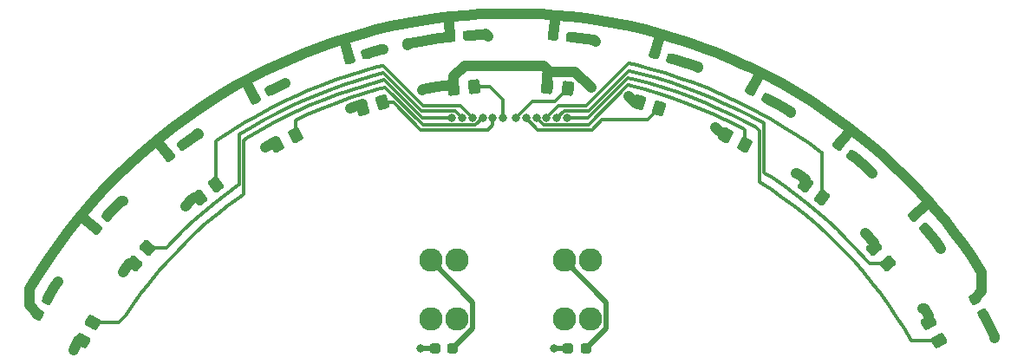
<source format=gbr>
%TF.GenerationSoftware,KiCad,Pcbnew,(6.0.4)*%
%TF.CreationDate,2022-08-25T18:27:48+09:00*%
%TF.ProjectId,total,746f7461-6c2e-46b6-9963-61645f706362,rev?*%
%TF.SameCoordinates,Original*%
%TF.FileFunction,Copper,L2,Bot*%
%TF.FilePolarity,Positive*%
%FSLAX46Y46*%
G04 Gerber Fmt 4.6, Leading zero omitted, Abs format (unit mm)*
G04 Created by KiCad (PCBNEW (6.0.4)) date 2022-08-25 18:27:48*
%MOMM*%
%LPD*%
G01*
G04 APERTURE LIST*
G04 Aperture macros list*
%AMRoundRect*
0 Rectangle with rounded corners*
0 $1 Rounding radius*
0 $2 $3 $4 $5 $6 $7 $8 $9 X,Y pos of 4 corners*
0 Add a 4 corners polygon primitive as box body*
4,1,4,$2,$3,$4,$5,$6,$7,$8,$9,$2,$3,0*
0 Add four circle primitives for the rounded corners*
1,1,$1+$1,$2,$3*
1,1,$1+$1,$4,$5*
1,1,$1+$1,$6,$7*
1,1,$1+$1,$8,$9*
0 Add four rect primitives between the rounded corners*
20,1,$1+$1,$2,$3,$4,$5,0*
20,1,$1+$1,$4,$5,$6,$7,0*
20,1,$1+$1,$6,$7,$8,$9,0*
20,1,$1+$1,$8,$9,$2,$3,0*%
G04 Aperture macros list end*
%TA.AperFunction,SMDPad,CuDef*%
%ADD10RoundRect,0.237500X0.287500X0.237500X-0.287500X0.237500X-0.287500X-0.237500X0.287500X-0.237500X0*%
%TD*%
%TA.AperFunction,ComponentPad*%
%ADD11C,2.286000*%
%TD*%
%TA.AperFunction,SMDPad,CuDef*%
%ADD12RoundRect,0.237500X-0.372847X-0.006896X0.077153X-0.364842X0.372847X0.006896X-0.077153X0.364842X0*%
%TD*%
%TA.AperFunction,SMDPad,CuDef*%
%ADD13RoundRect,0.237500X-0.208207X-0.309374X0.343114X-0.146065X0.208207X0.309374X-0.343114X0.146065X0*%
%TD*%
%TA.AperFunction,SMDPad,CuDef*%
%ADD14RoundRect,0.237500X-0.308940X-0.208851X0.263413X-0.263962X0.308940X0.208851X-0.263413X0.263962X0*%
%TD*%
%TA.AperFunction,SMDPad,CuDef*%
%ADD15RoundRect,0.237500X-0.077153X-0.364842X0.372847X-0.006896X0.077153X0.364842X-0.372847X0.006896X0*%
%TD*%
%TA.AperFunction,SMDPad,CuDef*%
%ADD16RoundRect,0.250000X0.183810X0.523774X-0.439423X0.339164X-0.183810X-0.523774X0.439423X-0.339164X0*%
%TD*%
%TA.AperFunction,SMDPad,CuDef*%
%ADD17RoundRect,0.250000X0.496065X0.249087X-0.080492X0.549223X-0.496065X-0.249087X0.080492X-0.549223X0*%
%TD*%
%TA.AperFunction,SMDPad,CuDef*%
%ADD18RoundRect,0.237500X-0.343114X-0.146065X0.208207X-0.309374X0.343114X0.146065X-0.208207X0.309374X0*%
%TD*%
%TA.AperFunction,SMDPad,CuDef*%
%ADD19RoundRect,0.237500X-0.263413X-0.263962X0.308940X-0.208851X0.263413X0.263962X-0.308940X0.208851X0*%
%TD*%
%TA.AperFunction,SMDPad,CuDef*%
%ADD20RoundRect,0.237500X-0.145350X-0.343418X0.364681X-0.077912X0.145350X0.343418X-0.364681X0.077912X0*%
%TD*%
%TA.AperFunction,SMDPad,CuDef*%
%ADD21RoundRect,0.237500X-0.006120X-0.372861X0.367313X0.064373X0.006120X0.372861X-0.367313X-0.064373X0*%
%TD*%
%TA.AperFunction,SMDPad,CuDef*%
%ADD22RoundRect,0.250000X0.366634X0.416778X-0.280373X0.479078X-0.366634X-0.416778X0.280373X-0.479078X0*%
%TD*%
%TA.AperFunction,SMDPad,CuDef*%
%ADD23RoundRect,0.250000X0.551698X-0.061275X0.231622X0.504456X-0.551698X0.061275X-0.231622X-0.504456X0*%
%TD*%
%TA.AperFunction,SMDPad,CuDef*%
%ADD24RoundRect,0.237500X-0.348281X0.133277X-0.065138X-0.367178X0.348281X-0.133277X0.065138X0.367178X0*%
%TD*%
%TA.AperFunction,SMDPad,CuDef*%
%ADD25RoundRect,0.250000X-0.025784X0.554491X-0.534479X0.149856X0.025784X-0.554491X0.534479X-0.149856X0*%
%TD*%
%TA.AperFunction,SMDPad,CuDef*%
%ADD26RoundRect,0.250000X0.439423X0.339164X-0.183810X0.523774X-0.439423X-0.339164X0.183810X-0.523774X0*%
%TD*%
%TA.AperFunction,SMDPad,CuDef*%
%ADD27RoundRect,0.237500X0.065138X-0.367178X0.348281X0.133277X-0.065138X0.367178X-0.348281X-0.133277X0*%
%TD*%
%TA.AperFunction,SMDPad,CuDef*%
%ADD28RoundRect,0.250000X0.534479X0.149856X0.025784X0.554491X-0.534479X-0.149856X-0.025784X-0.554491X0*%
%TD*%
%TA.AperFunction,SMDPad,CuDef*%
%ADD29RoundRect,0.237500X-0.367313X0.064373X0.006120X-0.372861X0.367313X-0.064373X-0.006120X0.372861X0*%
%TD*%
%TA.AperFunction,SMDPad,CuDef*%
%ADD30RoundRect,0.250000X0.553253X0.045120X0.131112X0.539384X-0.553253X-0.045120X-0.131112X-0.539384X0*%
%TD*%
%TA.AperFunction,SMDPad,CuDef*%
%ADD31RoundRect,0.250000X0.280373X0.479078X-0.366634X0.416778X-0.280373X-0.479078X0.366634X-0.416778X0*%
%TD*%
%TA.AperFunction,SMDPad,CuDef*%
%ADD32RoundRect,0.250000X-0.231622X0.504456X-0.551698X-0.061275X0.231622X-0.504456X0.551698X0.061275X0*%
%TD*%
%TA.AperFunction,SMDPad,CuDef*%
%ADD33RoundRect,0.250000X-0.131112X0.539384X-0.553253X0.045120X0.131112X-0.539384X0.553253X-0.045120X0*%
%TD*%
%TA.AperFunction,SMDPad,CuDef*%
%ADD34RoundRect,0.237500X-0.364681X-0.077912X0.145350X-0.343418X0.364681X0.077912X-0.145350X0.343418X0*%
%TD*%
%TA.AperFunction,SMDPad,CuDef*%
%ADD35RoundRect,0.250000X0.080492X0.549223X-0.496065X0.249087X-0.080492X-0.549223X0.496065X-0.249087X0*%
%TD*%
%TA.AperFunction,ViaPad*%
%ADD36C,0.800000*%
%TD*%
%TA.AperFunction,Conductor*%
%ADD37C,0.500000*%
%TD*%
%TA.AperFunction,Conductor*%
%ADD38C,1.000000*%
%TD*%
%TA.AperFunction,Conductor*%
%ADD39C,0.300000*%
%TD*%
G04 APERTURE END LIST*
D10*
%TO.P,D3,1,K*%
%TO.N,Net-(D1-Pad1)*%
X155340475Y-83826030D03*
%TO.P,D3,2,A*%
%TO.N,Net-(D1-Pad2)*%
X153590475Y-83826030D03*
%TD*%
D11*
%TO.P,U2,1,Cathode*%
%TO.N,Net-(D1-Pad1)*%
X153195475Y-75201030D03*
%TO.P,U2,2,Vcc*%
%TO.N,+5V*%
X155735475Y-75201030D03*
%TO.P,U2,3,Vout*%
%TO.N,Net-(J1-Pad3)*%
X155735475Y-80951030D03*
%TO.P,U2,4,GND*%
%TO.N,GND2*%
X153195475Y-80951030D03*
%TD*%
%TO.P,U1,1,Cathode*%
%TO.N,Net-(D1-Pad1)*%
X140195475Y-75201030D03*
%TO.P,U1,2,Vcc*%
%TO.N,+5V*%
X142735475Y-75201030D03*
%TO.P,U1,3,Vout*%
%TO.N,Net-(J1-Pad3)*%
X142735475Y-80951030D03*
%TO.P,U1,4,GND*%
%TO.N,GND2*%
X140195475Y-80951030D03*
%TD*%
D10*
%TO.P,D1,1,K*%
%TO.N,Net-(D1-Pad1)*%
X142340475Y-83826030D03*
%TO.P,D1,2,A*%
%TO.N,Net-(D1-Pad2)*%
X140590475Y-83826030D03*
%TD*%
D12*
%TO.P,D7,1,K*%
%TO.N,Net-(D1-Pad1)*%
X179995218Y-63941310D03*
%TO.P,D7,2,A*%
%TO.N,Net-(D7-Pad2)*%
X181364782Y-65030710D03*
%TD*%
D13*
%TO.P,D10,1,K*%
%TO.N,Net-(D1-Pad1)*%
X132251033Y-55484523D03*
%TO.P,D10,2,A*%
%TO.N,Net-(D10-Pad2)*%
X133928967Y-54987497D03*
%TD*%
D14*
%TO.P,D13,1,K*%
%TO.N,Net-(D1-Pad1)*%
X152159028Y-53232145D03*
%TO.P,D13,2,A*%
%TO.N,Net-(D13-Pad2)*%
X153900972Y-53399875D03*
%TD*%
D15*
%TO.P,D6,1,K*%
%TO.N,Net-(D1-Pad1)*%
X114635218Y-65030710D03*
%TO.P,D6,2,A*%
%TO.N,Net-(D6-Pad2)*%
X116004782Y-63941310D03*
%TD*%
D16*
%TO.P,Q9,1,C*%
%TO.N,Net-(J1-Pad7)*%
X135492790Y-59744894D03*
%TO.P,Q9,2,E*%
%TO.N,GND1*%
X133527210Y-60327126D03*
%TD*%
D17*
%TO.P,Q8,1,C*%
%TO.N,Net-(J1-Pad11)*%
X170839186Y-63919302D03*
%TO.P,Q8,2,E*%
%TO.N,GND1*%
X169020814Y-62972718D03*
%TD*%
D18*
%TO.P,D11,1,K*%
%TO.N,Net-(D1-Pad1)*%
X162071033Y-54987497D03*
%TO.P,D11,2,A*%
%TO.N,Net-(D11-Pad2)*%
X163748967Y-55484523D03*
%TD*%
D19*
%TO.P,D12,1,K*%
%TO.N,Net-(D1-Pad1)*%
X142099028Y-53399875D03*
%TO.P,D12,2,A*%
%TO.N,Net-(D12-Pad2)*%
X143840972Y-53232145D03*
%TD*%
D20*
%TO.P,D8,1,K*%
%TO.N,Net-(D1-Pad1)*%
X122983866Y-59410040D03*
%TO.P,D8,2,A*%
%TO.N,Net-(D8-Pad2)*%
X124536134Y-58601980D03*
%TD*%
D21*
%TO.P,D4,1,K*%
%TO.N,Net-(D1-Pad1)*%
X107511733Y-72141365D03*
%TO.P,D4,2,A*%
%TO.N,Net-(D4-Pad2)*%
X108648267Y-70810655D03*
%TD*%
D22*
%TO.P,Q12,1,C*%
%TO.N,Net-(J1-Pad9)*%
X153570281Y-58394252D03*
%TO.P,Q12,2,E*%
%TO.N,GND1*%
X151529719Y-58197768D03*
%TD*%
D23*
%TO.P,Q2,1,C*%
%TO.N,Net-(J1-Pad14)*%
X189844734Y-83078125D03*
%TO.P,Q2,2,E*%
%TO.N,GND1*%
X188835266Y-81293895D03*
%TD*%
D24*
%TO.P,D2,1,K*%
%TO.N,Net-(D1-Pad1)*%
X193259129Y-78964449D03*
%TO.P,D2,2,A*%
%TO.N,Net-(D2-Pad2)*%
X194120871Y-80487571D03*
%TD*%
D25*
%TO.P,Q5,1,C*%
%TO.N,Net-(J1-Pad5)*%
X119232173Y-67767932D03*
%TO.P,Q5,2,E*%
%TO.N,GND1*%
X117627827Y-69044088D03*
%TD*%
D26*
%TO.P,Q10,1,C*%
%TO.N,Net-(J1-Pad10)*%
X162472790Y-60327126D03*
%TO.P,Q10,2,E*%
%TO.N,GND1*%
X160507210Y-59744894D03*
%TD*%
D27*
%TO.P,D1,1,K*%
%TO.N,Net-(D1-Pad1)*%
X101879129Y-80487571D03*
%TO.P,D1,2,A*%
%TO.N,Net-(D1-Pad2)*%
X102740871Y-78964449D03*
%TD*%
D28*
%TO.P,Q6,1,C*%
%TO.N,Net-(J1-Pad12)*%
X178372173Y-69044088D03*
%TO.P,Q6,2,E*%
%TO.N,GND1*%
X176767827Y-67767932D03*
%TD*%
D29*
%TO.P,D5,1,K*%
%TO.N,Net-(D1-Pad1)*%
X187351733Y-70810655D03*
%TO.P,D5,2,A*%
%TO.N,Net-(D5-Pad2)*%
X188488267Y-72141365D03*
%TD*%
D30*
%TO.P,Q4,1,C*%
%TO.N,Net-(J1-Pad13)*%
X184785684Y-75505426D03*
%TO.P,Q4,2,E*%
%TO.N,GND1*%
X183454316Y-73946594D03*
%TD*%
D31*
%TO.P,Q11,1,C*%
%TO.N,Net-(J1-Pad8)*%
X144467281Y-58197768D03*
%TO.P,Q11,2,E*%
%TO.N,GND1*%
X142426719Y-58394252D03*
%TD*%
D32*
%TO.P,Q1,1,C*%
%TO.N,Net-(J1-Pad3)*%
X107164734Y-81293895D03*
%TO.P,Q1,2,E*%
%TO.N,GND1*%
X106155266Y-83078125D03*
%TD*%
D33*
%TO.P,Q3,1,C*%
%TO.N,Net-(J1-Pad4)*%
X112545684Y-73946594D03*
%TO.P,Q3,2,E*%
%TO.N,GND1*%
X111214316Y-75505426D03*
%TD*%
D34*
%TO.P,D9,1,K*%
%TO.N,Net-(D1-Pad1)*%
X171463866Y-58601980D03*
%TO.P,D9,2,A*%
%TO.N,Net-(D9-Pad2)*%
X173016134Y-59410040D03*
%TD*%
D35*
%TO.P,Q7,1,C*%
%TO.N,Net-(J1-Pad6)*%
X126979186Y-62972718D03*
%TO.P,Q7,2,E*%
%TO.N,GND1*%
X125160814Y-63919302D03*
%TD*%
D36*
%TO.N,Net-(D1-Pad2)*%
X152215475Y-83826030D03*
X139215475Y-83826030D03*
%TO.N,GND1*%
X168000000Y-62176010D03*
X175800000Y-66676010D03*
X188200000Y-79876010D03*
X151750000Y-57125032D03*
X110100000Y-76376010D03*
X116200000Y-69876010D03*
X105300000Y-83976010D03*
X139318242Y-58576010D03*
X159500000Y-59176010D03*
X155823816Y-58352194D03*
X132300000Y-60376010D03*
X182600000Y-72576010D03*
X124000000Y-64176010D03*
%TO.N,Net-(D1-Pad1)*%
X137900000Y-54176010D03*
%TO.N,Net-(D1-Pad2)*%
X103800000Y-77276010D03*
%TO.N,Net-(D2-Pad2)*%
X195250000Y-82826010D03*
%TO.N,Net-(J1-Pad3)*%
X142250000Y-61276510D03*
%TO.N,Net-(J1-Pad11)*%
X150500000Y-61276010D03*
%TO.N,Net-(D4-Pad2)*%
X110100000Y-69376010D03*
%TO.N,Net-(D5-Pad2)*%
X190000000Y-74076010D03*
%TO.N,Net-(D6-Pad2)*%
X117500000Y-62876010D03*
%TO.N,Net-(D7-Pad2)*%
X183300000Y-66676010D03*
%TO.N,Net-(D8-Pad2)*%
X126000000Y-57876010D03*
%TO.N,Net-(D9-Pad2)*%
X175300000Y-60776010D03*
%TO.N,Net-(D10-Pad2)*%
X135500000Y-54576010D03*
%TO.N,Net-(D11-Pad2)*%
X166250000Y-56326010D03*
%TO.N,Net-(D12-Pad2)*%
X145750000Y-53326010D03*
%TO.N,Net-(D13-Pad2)*%
X156250000Y-53826010D03*
%TO.N,Net-(J1-Pad4)*%
X143250000Y-61276510D03*
%TO.N,Net-(J1-Pad5)*%
X144250000Y-61276510D03*
%TO.N,Net-(J1-Pad6)*%
X145250000Y-61276010D03*
%TO.N,Net-(J1-Pad7)*%
X146250000Y-61276010D03*
%TO.N,Net-(J1-Pad8)*%
X147250000Y-61276010D03*
%TO.N,Net-(J1-Pad9)*%
X148500000Y-61276010D03*
%TO.N,Net-(J1-Pad10)*%
X149500000Y-61276010D03*
%TO.N,Net-(J1-Pad12)*%
X151500000Y-61276010D03*
%TO.N,Net-(J1-Pad13)*%
X152500000Y-61276010D03*
%TO.N,Net-(J1-Pad14)*%
X153500000Y-61276010D03*
%TD*%
D37*
%TO.N,Net-(D1-Pad1)*%
X157277986Y-81888519D02*
X157277986Y-79283541D01*
X157277986Y-79283541D02*
X153195475Y-75201030D01*
X155340475Y-83826030D02*
X157277986Y-81888519D01*
%TO.N,Net-(D1-Pad2)*%
X152215475Y-83826030D02*
X153590475Y-83826030D01*
%TO.N,Net-(D1-Pad1)*%
X144277986Y-81888519D02*
X144277986Y-79283541D01*
X142340475Y-83826030D02*
X144277986Y-81888519D01*
X144277986Y-79283541D02*
X140195475Y-75201030D01*
%TO.N,Net-(D1-Pad2)*%
X139215475Y-83826030D02*
X140590475Y-83826030D01*
D38*
%TO.N,GND1*%
X142104963Y-58072496D02*
X140784403Y-58254424D01*
X176767827Y-67322098D02*
X176080588Y-66809041D01*
X133527210Y-60003220D02*
X133527210Y-60327126D01*
X188382648Y-79876010D02*
X188835266Y-80606322D01*
X125160814Y-63736824D02*
X125160814Y-63919302D01*
X133489028Y-59965038D02*
X133527210Y-60003220D01*
X182600000Y-72576010D02*
X183454316Y-73430326D01*
X142426719Y-57249291D02*
X143500000Y-56176010D01*
X143500000Y-56176010D02*
X151200000Y-56176010D01*
X168796708Y-62972718D02*
X168000000Y-62176010D01*
X151529719Y-58197768D02*
X151529719Y-57046291D01*
X124000000Y-64159281D02*
X125013977Y-63589987D01*
X132300000Y-60376010D02*
X132324536Y-60351474D01*
X105300000Y-83941137D02*
X105752334Y-83078125D01*
X175891246Y-66676010D02*
X175800000Y-66676010D01*
X116781264Y-69294746D02*
X117070922Y-69044088D01*
X116200000Y-69876010D02*
X116781264Y-69294746D01*
X151200000Y-56176010D02*
X151800000Y-56776010D01*
X105300000Y-83976010D02*
X105300000Y-83941137D01*
X151800000Y-56776010D02*
X154247632Y-56776010D01*
X117070922Y-69044088D02*
X117627827Y-69044088D01*
X110100000Y-76343915D02*
X110482878Y-75846177D01*
X151529719Y-57046291D02*
X151800000Y-56776010D01*
X154247632Y-56776010D02*
X155823816Y-58352194D01*
X125013977Y-63589987D02*
X125160814Y-63736824D01*
X132324536Y-60351474D02*
X132749321Y-60201853D01*
X169020814Y-62972718D02*
X168796708Y-62972718D01*
X142426719Y-58394252D02*
X142104963Y-58072496D01*
X160068884Y-59744894D02*
X160507210Y-59744894D01*
X188200000Y-79876010D02*
X188382648Y-79876010D01*
X139409426Y-58484826D02*
X139318242Y-58576010D01*
X124000000Y-64176010D02*
X124000000Y-64159281D01*
X110482878Y-75846177D02*
X110760988Y-75505426D01*
X132749321Y-60201853D02*
X133489028Y-59965038D01*
X183454316Y-73430326D02*
X183454316Y-73946594D01*
X176080588Y-66809041D02*
X175891246Y-66676010D01*
X105752334Y-83078125D02*
X106155266Y-83078125D01*
X110100000Y-76376010D02*
X110100000Y-76343915D01*
X139423648Y-58482023D02*
X139409426Y-58484826D01*
X159500000Y-59176010D02*
X160068884Y-59744894D01*
X140784403Y-58254424D02*
X139423648Y-58482023D01*
X110760988Y-75505426D02*
X111214316Y-75505426D01*
X142426719Y-58394252D02*
X142426719Y-57249291D01*
X176767827Y-67767932D02*
X176767827Y-67322098D01*
X188835266Y-80606322D02*
X188835266Y-81293895D01*
%TO.N,Net-(D1-Pad1)*%
X173440407Y-57381029D02*
X172130873Y-56712205D01*
X111716887Y-64912679D02*
X110632990Y-65906407D01*
X101000000Y-79608442D02*
X101879129Y-80487571D01*
X127899265Y-54920993D02*
X126539979Y-55481721D01*
X153870556Y-51395693D02*
X152406625Y-51257028D01*
X116308288Y-61240855D02*
X115123727Y-62111986D01*
X141882618Y-53402638D02*
X140993904Y-53509833D01*
X182036965Y-63014810D02*
X180876273Y-62111986D01*
X169460021Y-55481721D02*
X168100735Y-54920993D01*
X146529674Y-51098415D02*
X145060445Y-51157913D01*
X186423658Y-66928974D02*
X185367010Y-65906407D01*
X192996611Y-74830665D02*
X192150732Y-73627865D01*
X115123727Y-62111986D02*
X113963035Y-63014810D01*
X137767675Y-52047795D02*
X136327206Y-52343350D01*
X188763748Y-69412262D02*
X188452324Y-69057789D01*
X132251033Y-55484523D02*
X131808098Y-53989200D01*
X178484006Y-60401948D02*
X177254115Y-59595935D01*
X194000000Y-76360048D02*
X193809721Y-76055835D01*
X129273223Y-54397127D02*
X127899265Y-54920993D01*
X148000000Y-51078578D02*
X146529674Y-51098415D01*
X161104693Y-52677644D02*
X159672794Y-52343350D01*
X179691712Y-61240855D02*
X178484006Y-60401948D01*
X105636808Y-71292910D02*
X104727278Y-72448339D01*
X155330175Y-51573800D02*
X153870556Y-51395693D01*
X103003389Y-74830665D02*
X102190279Y-76055835D01*
X107547676Y-69057789D02*
X106577174Y-70162447D01*
X142129444Y-51395693D02*
X140669825Y-51573800D01*
X190363192Y-71292910D02*
X189422826Y-70162447D01*
X108547650Y-67979693D02*
X107547676Y-69057789D01*
X172130873Y-56712205D02*
X171476196Y-56399814D01*
X112827159Y-63948591D02*
X111716887Y-64912679D01*
X122983866Y-59410040D02*
X122236805Y-57974949D01*
X162527148Y-53050472D02*
X161104693Y-52677644D01*
X194000000Y-78223578D02*
X194000000Y-76360048D01*
X101410509Y-77302512D02*
X101000000Y-78000000D01*
X109576342Y-66928974D02*
X108547650Y-67979693D01*
X163938929Y-53461513D02*
X162527148Y-53050472D01*
X145060445Y-51157913D02*
X143593375Y-51257028D01*
X139215525Y-51791224D02*
X137767675Y-52047795D01*
X118745885Y-59595935D02*
X117515994Y-60401948D01*
X171476196Y-56399814D02*
X170803768Y-56078954D01*
X142099028Y-53399875D02*
X141953065Y-51883993D01*
X156784475Y-51791224D02*
X155330175Y-51573800D01*
X133472852Y-53050472D02*
X132061071Y-53461513D01*
X138148767Y-53972470D02*
X137900000Y-54023507D01*
X114635218Y-65030710D02*
X113564815Y-63685029D01*
X166726777Y-54397127D02*
X165339154Y-53910509D01*
X140993904Y-53509833D02*
X139568159Y-53721635D01*
X140669825Y-51573800D02*
X139215525Y-51791224D01*
X113963035Y-63014810D02*
X112827159Y-63948591D01*
X184283113Y-64912679D02*
X183172841Y-63948591D01*
X101000000Y-78000000D02*
X101000000Y-79608442D01*
X119997026Y-58823427D02*
X118745885Y-59595935D01*
X117515994Y-60401948D02*
X116308288Y-61240855D01*
X149470326Y-51098415D02*
X148000000Y-51078578D01*
X104727278Y-72448339D02*
X103849268Y-73627865D01*
X192150732Y-73627865D02*
X191272722Y-72448339D01*
X107511733Y-72141365D02*
X106049539Y-70892534D01*
X168100735Y-54920993D02*
X166726777Y-54397127D01*
X162071033Y-54987497D02*
X162492091Y-53566028D01*
X170803768Y-56078954D02*
X169460021Y-55481721D01*
X193259129Y-78964449D02*
X194000000Y-78223578D01*
X103849268Y-73627865D02*
X103003389Y-74830665D01*
X152406625Y-51257028D02*
X150939555Y-51157913D01*
X193809721Y-76055835D02*
X192996611Y-74830665D01*
X183172841Y-63948591D02*
X182036965Y-63014810D01*
X125196232Y-56078954D02*
X123869127Y-56712205D01*
X179995218Y-63941310D02*
X180885363Y-62822245D01*
X143593375Y-51257028D02*
X142129444Y-51395693D01*
X102190279Y-76055835D02*
X101410509Y-77302512D01*
X188452324Y-69057789D02*
X187452350Y-67979693D01*
X121268588Y-58084936D02*
X119997026Y-58823427D01*
X126539979Y-55481721D02*
X125196232Y-56078954D01*
X141905526Y-53399875D02*
X141882618Y-53402638D01*
X132061071Y-53461513D02*
X130660846Y-53910509D01*
X191272722Y-72448339D02*
X190363192Y-71292910D01*
X171463866Y-58601980D02*
X172197971Y-57191778D01*
X187351733Y-70810655D02*
X188481984Y-69845330D01*
X110632990Y-65906407D02*
X109576342Y-66928974D01*
X165339154Y-53910509D02*
X163938929Y-53461513D01*
X159672794Y-52343350D02*
X158232325Y-52047795D01*
X185367010Y-65906407D02*
X184283113Y-64912679D01*
X158232325Y-52047795D02*
X156784475Y-51791224D01*
X123869127Y-56712205D02*
X122559593Y-57381029D01*
X152159028Y-53232145D02*
X152294665Y-51823497D01*
X106577174Y-70162447D02*
X105636808Y-71292910D01*
X180876273Y-62111986D02*
X179691712Y-61240855D01*
X136327206Y-52343350D02*
X134895307Y-52677644D01*
X130660846Y-53910509D02*
X129273223Y-54397127D01*
X122559593Y-57381029D02*
X121268588Y-58084936D01*
X137900000Y-54023507D02*
X137900000Y-54176010D01*
X189422826Y-70162447D02*
X188763748Y-69412262D01*
X139568159Y-53721635D02*
X138148767Y-53972470D01*
X134895307Y-52677644D02*
X133472852Y-53050472D01*
X174731412Y-58084936D02*
X173440407Y-57381029D01*
X142099028Y-53399875D02*
X141905526Y-53399875D01*
X177254115Y-59595935D02*
X176002974Y-58823427D01*
X150939555Y-51157913D02*
X149470326Y-51098415D01*
X176002974Y-58823427D02*
X174731412Y-58084936D01*
X187452350Y-67979693D02*
X186423658Y-66928974D01*
%TO.N,Net-(D1-Pad2)*%
X103462275Y-77712718D02*
X102740871Y-78901809D01*
X102740871Y-78901809D02*
X102740871Y-78964449D01*
X103800000Y-77276010D02*
X103765890Y-77241900D01*
X103765890Y-77241900D02*
X103462275Y-77712718D01*
%TO.N,Net-(D2-Pad2)*%
X194842086Y-81789645D02*
X194199626Y-80566326D01*
X195250000Y-82826010D02*
X195250000Y-82621003D01*
X194199626Y-80566326D02*
X194120871Y-80487571D01*
X195250000Y-82621003D02*
X194842086Y-81789645D01*
D39*
%TO.N,Net-(J1-Pad3)*%
X133763208Y-58112743D02*
X132419698Y-58536644D01*
X123427391Y-62545383D02*
X122214100Y-63261294D01*
X128469124Y-60034899D02*
X127182410Y-60608513D01*
X142250000Y-61276510D02*
X142249500Y-61276010D01*
X131088816Y-58998551D02*
X129771617Y-59498099D01*
X121475423Y-69029413D02*
X120391170Y-69841441D01*
X109682115Y-81293895D02*
X107164734Y-81293895D01*
X121901710Y-63457803D02*
X121901710Y-68695162D01*
X110389719Y-80586291D02*
X109682115Y-81293895D01*
X127182410Y-60608513D02*
X125912564Y-61218451D01*
X121785431Y-68811441D02*
X121475423Y-69029413D01*
X116311968Y-73403420D02*
X115361218Y-74368371D01*
X111064224Y-79596106D02*
X110389719Y-80586291D01*
X124660544Y-61864253D02*
X123427391Y-62545383D01*
X121901710Y-68695162D02*
X121785431Y-68811441D01*
X114439856Y-75361385D02*
X113548665Y-76381619D01*
X111860094Y-78499931D02*
X111064224Y-79596106D01*
X129771617Y-59498099D02*
X128469124Y-60034899D01*
X115361218Y-74368371D02*
X114439856Y-75361385D01*
X139335719Y-61276010D02*
X135651461Y-57591752D01*
X120391170Y-69841441D02*
X119331766Y-70685620D01*
X125912564Y-61218451D02*
X124660544Y-61864253D01*
X132419698Y-58536644D02*
X131088816Y-58998551D01*
X135118172Y-57727224D02*
X133763208Y-58112743D01*
X118298112Y-71561238D02*
X117291251Y-72467406D01*
X113548665Y-76381619D02*
X112688505Y-77428094D01*
X119331766Y-70685620D02*
X118298112Y-71561238D01*
X142249500Y-61276010D02*
X139335719Y-61276010D01*
X122214100Y-63261294D02*
X121901710Y-63457803D01*
X112688505Y-77428094D02*
X111860094Y-78499931D01*
X135651461Y-57591752D02*
X135118172Y-57727224D01*
X117291251Y-72467406D02*
X116311968Y-73403420D01*
%TO.N,Net-(J1-Pad11)*%
X159481010Y-58095000D02*
X159450318Y-58095000D01*
X159450318Y-58095000D02*
X155569308Y-61976010D01*
X159743236Y-58155977D02*
X159481010Y-58095000D01*
X170734513Y-62341497D02*
X170178554Y-62048147D01*
X166372285Y-60309883D02*
X165072185Y-59803708D01*
X151199511Y-61975521D02*
X150500000Y-61276010D01*
X161092581Y-58510657D02*
X159743236Y-58155977D01*
X170178554Y-62048147D02*
X168926512Y-61432560D01*
X154300000Y-61976010D02*
X154299511Y-61975521D01*
X163758170Y-59334868D02*
X162431227Y-58903719D01*
X154299511Y-61975521D02*
X151199511Y-61975521D01*
X162431227Y-58903719D02*
X161092581Y-58510657D01*
X155569308Y-61976010D02*
X154300000Y-61976010D01*
X165072185Y-59803708D02*
X163758170Y-59334868D01*
X170839186Y-63919302D02*
X170839186Y-62446170D01*
X167657410Y-60852981D02*
X166372285Y-60309883D01*
X168926512Y-61432560D02*
X167657410Y-60852981D01*
X170839186Y-62446170D02*
X170734513Y-62341497D01*
D38*
%TO.N,Net-(D4-Pad2)*%
X108648267Y-70771178D02*
X108648267Y-70810655D01*
X110100000Y-69376010D02*
X109933351Y-69376010D01*
X109933351Y-69376010D02*
X109599847Y-69723530D01*
X109599847Y-69723530D02*
X108648267Y-70771178D01*
%TO.N,Net-(D5-Pad2)*%
X188664469Y-72317567D02*
X188488267Y-72141365D01*
X190000000Y-74076010D02*
X190000000Y-74024542D01*
X190000000Y-74024542D02*
X189440332Y-73285593D01*
X189440332Y-73285593D02*
X188664469Y-72317567D01*
%TO.N,Net-(D6-Pad2)*%
X117458835Y-62834845D02*
X117149600Y-63052781D01*
X117149600Y-63052781D02*
X116004782Y-63907556D01*
X117500000Y-62876010D02*
X117458835Y-62834845D01*
X116004782Y-63907556D02*
X116004782Y-63941310D01*
%TO.N,Net-(D7-Pad2)*%
X183300000Y-66676010D02*
X183300000Y-66672617D01*
X182514660Y-65969062D02*
X181415080Y-65037084D01*
X181407128Y-65030710D02*
X181364782Y-65030710D01*
X183300000Y-66672617D02*
X182514660Y-65969062D01*
X181415080Y-65037084D02*
X181407128Y-65030710D01*
%TO.N,Net-(D8-Pad2)*%
X124594875Y-58543239D02*
X125833870Y-57945822D01*
X124536134Y-58601980D02*
X124594875Y-58543239D01*
X125989425Y-57876010D02*
X126000000Y-57876010D01*
X125833870Y-57945822D02*
X125989425Y-57876010D01*
%TO.N,Net-(D9-Pad2)*%
X174319723Y-60109053D02*
X173073052Y-59410040D01*
X173073052Y-59410040D02*
X173016134Y-59410040D01*
X175300000Y-60776010D02*
X175300000Y-60694611D01*
X175300000Y-60694611D02*
X174319723Y-60109053D01*
%TO.N,Net-(D10-Pad2)*%
X135480105Y-54556115D02*
X135333260Y-54590465D01*
X135500000Y-54576010D02*
X135480105Y-54556115D01*
X134088513Y-54987497D02*
X133928967Y-54987497D01*
X135333260Y-54590465D02*
X134182952Y-54893058D01*
X134182952Y-54893058D02*
X134088513Y-54987497D01*
%TO.N,Net-(D11-Pad2)*%
X166250000Y-56326010D02*
X166233757Y-56309767D01*
X165156824Y-55921046D02*
X163834973Y-55484523D01*
X166233757Y-56309767D02*
X165156824Y-55921046D01*
X163834973Y-55484523D02*
X163748967Y-55484523D01*
%TO.N,Net-(D12-Pad2)*%
X145298500Y-53110078D02*
X143869808Y-53203309D01*
X145525500Y-53101510D02*
X145298500Y-53110078D01*
X145750000Y-53326010D02*
X145525500Y-53101510D01*
X143869808Y-53203309D02*
X143840972Y-53232145D01*
%TO.N,Net-(D13-Pad2)*%
X155363047Y-53559112D02*
X154114948Y-53399875D01*
X154114948Y-53399875D02*
X153900972Y-53399875D01*
X156097338Y-53673348D02*
X155363047Y-53559112D01*
X156250000Y-53826010D02*
X156097338Y-53673348D01*
D39*
%TO.N,Net-(J1-Pad4)*%
X142550489Y-60576999D02*
X143250000Y-61276510D01*
X123902430Y-61478193D02*
X125154344Y-60816806D01*
X121452190Y-67826010D02*
X121452190Y-62910246D01*
X126424367Y-60190964D02*
X127711494Y-59601159D01*
X118103701Y-70415509D02*
X117084416Y-71308296D01*
X139272426Y-60576999D02*
X142550489Y-60576999D01*
X135580037Y-56884610D02*
X139272426Y-60576999D01*
X116091776Y-72230626D02*
X114375808Y-73946594D01*
X130333080Y-58531453D02*
X131665437Y-58052411D01*
X127711494Y-59601159D02*
X129014778Y-59047829D01*
X121452190Y-67826010D02*
X121312637Y-67921872D01*
X117084416Y-71308296D02*
X116091776Y-72230626D01*
X120218785Y-68721518D02*
X119148825Y-69552973D01*
X119148825Y-69552973D02*
X118103701Y-70415509D01*
X121452190Y-62910246D02*
X121457049Y-62905387D01*
X133010721Y-57611107D02*
X134367926Y-57207870D01*
X125154344Y-60816806D02*
X126424367Y-60190964D01*
X134367926Y-57207870D02*
X135580037Y-56884610D01*
X129014778Y-59047829D02*
X130333080Y-58531453D01*
X121457049Y-62905387D02*
X122669695Y-62174558D01*
X121312637Y-67921872D02*
X120218785Y-68721518D01*
X131665437Y-58052411D02*
X133010721Y-57611107D01*
X122669695Y-62174558D02*
X123902430Y-61478193D01*
X114375808Y-73946594D02*
X112545684Y-73946594D01*
%TO.N,Net-(J1-Pad5)*%
X123142352Y-61098486D02*
X121910164Y-61809890D01*
X129574353Y-58071817D02*
X128255123Y-58604821D01*
X130907934Y-57575863D02*
X129574353Y-58071817D01*
X119232173Y-63529253D02*
X119232173Y-67767932D01*
X139457635Y-60126490D02*
X135513269Y-56182124D01*
X128255123Y-58604821D02*
X126951293Y-59174450D01*
X121910164Y-61809890D02*
X120698304Y-62555431D01*
X134984402Y-56313986D02*
X133614005Y-56696608D01*
X126951293Y-59174450D02*
X125663921Y-59780241D01*
X125663921Y-59780241D02*
X124393905Y-60421774D01*
X119242708Y-63518718D02*
X119232173Y-63529253D01*
X133614005Y-56696608D02*
X132254807Y-57117350D01*
X143099980Y-60126490D02*
X139457635Y-60126490D01*
X120698304Y-62555431D02*
X119507759Y-63334502D01*
X135513269Y-56182124D02*
X134984402Y-56313986D01*
X144250000Y-61276510D02*
X143099980Y-60126490D01*
X119507759Y-63334502D02*
X119242708Y-63518718D01*
X132254807Y-57117350D02*
X130907934Y-57575863D01*
X124393905Y-60421774D02*
X123142352Y-61098486D01*
%TO.N,Net-(J1-Pad6)*%
X139400001Y-61976010D02*
X135720838Y-58296847D01*
X145250000Y-61276010D02*
X144550000Y-61976010D01*
X134907420Y-58510656D02*
X133568777Y-58903718D01*
X126979186Y-62972718D02*
X126979186Y-61526862D01*
X130927815Y-59803708D02*
X129627715Y-60309883D01*
X133568777Y-58903718D02*
X132241830Y-59334868D01*
X144550000Y-61976010D02*
X139400001Y-61976010D01*
X129627715Y-60309883D02*
X128342593Y-60852979D01*
X132241830Y-59334868D02*
X130927815Y-59803708D01*
X126979186Y-61526862D02*
X127073488Y-61432560D01*
X135720838Y-58296847D02*
X134907420Y-58510656D01*
X128342593Y-60852979D02*
X127073488Y-61432560D01*
%TO.N,Net-(J1-Pad7)*%
X145750480Y-62425530D02*
X139213803Y-62425530D01*
X146250000Y-61276010D02*
X146250000Y-61926010D01*
X136533166Y-59744894D02*
X135492790Y-59744894D01*
X146250000Y-61926010D02*
X145750480Y-62425530D01*
X139213803Y-62425530D02*
X136533166Y-59744894D01*
%TO.N,Net-(J1-Pad8)*%
X145921758Y-58197768D02*
X144467281Y-58197768D01*
X147250000Y-59526010D02*
X145921758Y-58197768D01*
X147250000Y-61276010D02*
X147250000Y-59526010D01*
%TO.N,Net-(J1-Pad9)*%
X148500000Y-61276010D02*
X150100000Y-59676010D01*
X150100000Y-59676010D02*
X152288523Y-59676010D01*
X152288523Y-59676010D02*
X153570281Y-58394252D01*
%TO.N,Net-(J1-Pad10)*%
X149500000Y-61276010D02*
X150649520Y-62425530D01*
X150649520Y-62425530D02*
X155924044Y-62425530D01*
X155924044Y-62425530D02*
X156874044Y-61475530D01*
X161324386Y-61475530D02*
X162472790Y-60327126D01*
X156874044Y-61475530D02*
X161324386Y-61475530D01*
%TO.N,Net-(J1-Pad12)*%
X172234214Y-60755750D02*
X170973296Y-60096559D01*
X174698343Y-62178415D02*
X173476242Y-61449897D01*
X164420228Y-57341904D02*
X163067052Y-56902231D01*
X155349520Y-60126490D02*
X152649520Y-60126490D01*
X175899689Y-62940811D02*
X174698343Y-62178415D01*
X167087101Y-58333704D02*
X165760576Y-57819181D01*
X160326497Y-56137055D02*
X159526575Y-55949435D01*
X173476242Y-61449897D02*
X172234214Y-60755750D01*
X165760576Y-57819181D02*
X164420228Y-57341904D01*
X159526575Y-55949435D02*
X155349520Y-60126490D01*
X170973296Y-60096559D02*
X169694498Y-59472848D01*
X178236162Y-64564702D02*
X177079260Y-63736442D01*
X177079260Y-63736442D02*
X175899689Y-62940811D01*
X152649520Y-60126490D02*
X151500000Y-61276010D01*
X161702137Y-56500515D02*
X160326497Y-56137055D01*
X178372173Y-69044088D02*
X178372173Y-64700713D01*
X169694498Y-59472848D02*
X168398738Y-58885066D01*
X168398738Y-58885066D02*
X167087101Y-58333704D01*
X178372173Y-64700713D02*
X178236162Y-64564702D01*
X163067052Y-56902231D02*
X161702137Y-56500515D01*
%TO.N,Net-(J1-Pad13)*%
X153200000Y-60576010D02*
X152500000Y-61276010D01*
X183035561Y-75540449D02*
X182717844Y-75166788D01*
X168934166Y-59891538D02*
X167638831Y-59319911D01*
X162312081Y-57404705D02*
X160949297Y-57020618D01*
X171473980Y-61143110D02*
X170212844Y-60499409D01*
X172749520Y-61855158D02*
X172716403Y-61822041D01*
X167638831Y-59319911D02*
X166327867Y-58784989D01*
X159576264Y-56675085D02*
X159515207Y-56675085D01*
X181810196Y-74160726D02*
X180873386Y-73181722D01*
X172716403Y-61822041D02*
X171473980Y-61143110D01*
X177896299Y-70415510D02*
X176851174Y-69552972D01*
X173570448Y-67154640D02*
X172827866Y-66676010D01*
X180873386Y-73181722D02*
X179908223Y-72230625D01*
X172827866Y-66676010D02*
X172749520Y-66597664D01*
X182717844Y-75166788D02*
X181810196Y-74160726D01*
X176851174Y-69552972D02*
X175781216Y-68721518D01*
X175781216Y-68721518D02*
X174687364Y-67921872D01*
X159515207Y-56675085D02*
X155614282Y-60576010D01*
X166327867Y-58784989D02*
X165002441Y-58287245D01*
X155614282Y-60576010D02*
X153200000Y-60576010D01*
X160949297Y-57020618D02*
X159576264Y-56675085D01*
X163663491Y-57827027D02*
X162312081Y-57404705D01*
X165002441Y-58287245D02*
X163663491Y-57827027D01*
X170212844Y-60499409D02*
X168934166Y-59891538D01*
X172749520Y-66597664D02*
X172749520Y-61855158D01*
X174687364Y-67921872D02*
X173570448Y-67154640D01*
X179908223Y-72230625D02*
X178915584Y-71308296D01*
X184750661Y-75540449D02*
X183035561Y-75540449D01*
X178915584Y-71308296D02*
X177896299Y-70415510D01*
%TO.N,Net-(J1-Pad14)*%
X181560144Y-75361385D02*
X182451335Y-76381619D01*
X161560659Y-57915162D02*
X162910425Y-58320030D01*
X168176275Y-60317135D02*
X169454687Y-60908972D01*
X177701888Y-71561238D02*
X178708749Y-72467406D01*
X159455138Y-57370872D02*
X160200351Y-57548942D01*
X186427127Y-81857604D02*
X187121257Y-83020874D01*
X171958475Y-62200449D02*
X172300000Y-62541973D01*
X173416372Y-68250243D02*
X173416412Y-68250243D01*
X174524577Y-69029413D02*
X175608830Y-69841441D01*
X187121257Y-83020874D02*
X187153130Y-83078125D01*
X162910445Y-58320050D02*
X164247372Y-58762863D01*
X170715735Y-61536900D02*
X171958475Y-62200449D01*
X160200351Y-57548942D02*
X161560659Y-57915162D01*
X155550000Y-61276010D02*
X159455138Y-57370872D01*
X176668234Y-70685620D02*
X177701888Y-71561238D01*
X183311495Y-77428094D02*
X184139906Y-78499931D01*
X187153130Y-83078125D02*
X189844734Y-83078125D01*
X153500000Y-61276010D02*
X155550000Y-61276010D01*
X175608830Y-69841441D02*
X176668234Y-70685620D01*
X164247372Y-58762863D02*
X165571553Y-59243642D01*
X178708749Y-72467406D02*
X179688032Y-73403420D01*
X169454687Y-60908972D02*
X170715735Y-61536900D01*
X172300000Y-62541973D02*
X172300000Y-67514329D01*
X172300000Y-67514329D02*
X173416372Y-68250243D01*
X173416412Y-68250243D02*
X174524577Y-69029413D01*
X180638782Y-74368371D02*
X181560144Y-75361385D01*
X166881527Y-59761866D02*
X168176275Y-60317135D01*
X185698412Y-80715669D02*
X186427127Y-81857604D01*
X184935776Y-79596106D02*
X185698412Y-80715669D01*
X162910425Y-58320030D02*
X162910445Y-58320050D01*
X184139906Y-78499931D02*
X184935776Y-79596106D01*
X179688032Y-73403420D02*
X180638782Y-74368371D01*
X165571553Y-59243642D02*
X166881527Y-59761866D01*
X182451335Y-76381619D02*
X183311495Y-77428094D01*
%TD*%
M02*

</source>
